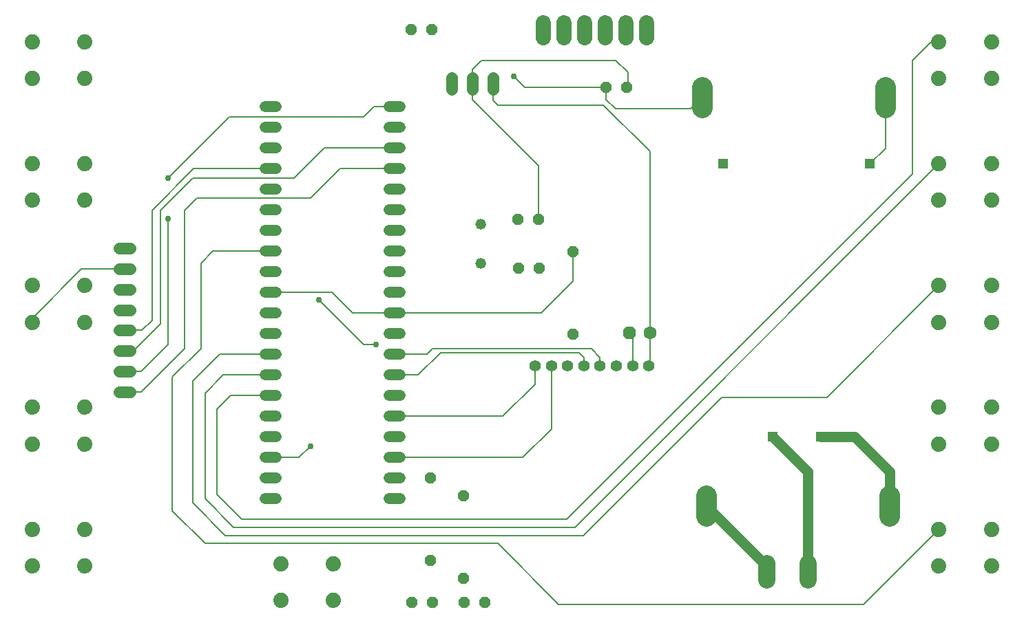
<source format=gbr>
G04 EAGLE Gerber RS-274X export*
G75*
%MOMM*%
%FSLAX34Y34*%
%LPD*%
%INTop Copper*%
%IPPOS*%
%AMOC8*
5,1,8,0,0,1.08239X$1,22.5*%
G01*
%ADD10P,1.732040X8X202.500000*%
%ADD11C,1.600200*%
%ADD12P,1.429621X8X202.500000*%
%ADD13C,1.879600*%
%ADD14C,2.540000*%
%ADD15C,1.320800*%
%ADD16C,1.422400*%
%ADD17P,1.429621X8X22.500000*%
%ADD18C,1.320800*%
%ADD19P,1.429621X8X292.500000*%
%ADD20P,1.429621X8X112.500000*%
%ADD21C,1.422400*%
%ADD22R,1.308000X1.308000*%
%ADD23C,2.095500*%
%ADD24C,1.879600*%
%ADD25C,0.152400*%
%ADD26C,1.270000*%
%ADD27C,0.756400*%


D10*
X661700Y364800D03*
D11*
X687100Y364800D03*
D12*
X550100Y503700D03*
X524700Y503700D03*
X550900Y443700D03*
X525500Y443700D03*
D13*
X233188Y80206D03*
X298212Y80206D03*
X233188Y34994D03*
X298212Y34994D03*
D14*
X976522Y641600D02*
X976522Y667000D01*
X751478Y667000D02*
X751478Y641600D01*
X756778Y163400D02*
X756778Y138000D01*
X981822Y138000D02*
X981822Y163400D01*
D15*
X379904Y160000D02*
X366696Y160000D01*
X366696Y185400D02*
X379904Y185400D01*
X379904Y312400D02*
X366696Y312400D01*
X366696Y337800D02*
X379904Y337800D01*
X379904Y210800D02*
X366696Y210800D01*
X366696Y236200D02*
X379904Y236200D01*
X379904Y287000D02*
X366696Y287000D01*
X366696Y261600D02*
X379904Y261600D01*
X379904Y363200D02*
X366696Y363200D01*
X366696Y388600D02*
X379904Y388600D01*
X379904Y414000D02*
X366696Y414000D01*
X366696Y439400D02*
X379904Y439400D01*
X379904Y464800D02*
X366696Y464800D01*
X366696Y490200D02*
X379904Y490200D01*
X379904Y515600D02*
X366696Y515600D01*
X366696Y541000D02*
X379904Y541000D01*
X379904Y566400D02*
X366696Y566400D01*
X366696Y591800D02*
X379904Y591800D01*
X379904Y617200D02*
X366696Y617200D01*
X366696Y642600D02*
X379904Y642600D01*
X227504Y642600D02*
X214296Y642600D01*
X214296Y617200D02*
X227504Y617200D01*
X227504Y591800D02*
X214296Y591800D01*
X214296Y566400D02*
X227504Y566400D01*
X227504Y541000D02*
X214296Y541000D01*
X214296Y515600D02*
X227504Y515600D01*
X227504Y490200D02*
X214296Y490200D01*
X214296Y464800D02*
X227504Y464800D01*
X227504Y439400D02*
X214296Y439400D01*
X214296Y414000D02*
X227504Y414000D01*
X227504Y388600D02*
X214296Y388600D01*
X214296Y363200D02*
X227504Y363200D01*
X227504Y337800D02*
X214296Y337800D01*
X214296Y312400D02*
X227504Y312400D01*
X227504Y287000D02*
X214296Y287000D01*
X214296Y261600D02*
X227504Y261600D01*
X227504Y236200D02*
X214296Y236200D01*
X214296Y210800D02*
X227504Y210800D01*
X227504Y185400D02*
X214296Y185400D01*
X214296Y160000D02*
X227504Y160000D01*
D16*
X443400Y664188D02*
X443400Y678412D01*
X468800Y678412D02*
X468800Y664188D01*
X494200Y664188D02*
X494200Y678412D01*
X48412Y468400D02*
X34188Y468400D01*
X34188Y443000D02*
X48412Y443000D01*
X48412Y417600D02*
X34188Y417600D01*
X34188Y392200D02*
X48412Y392200D01*
X48412Y367700D02*
X34188Y367700D01*
X34188Y342300D02*
X48412Y342300D01*
X48412Y316900D02*
X34188Y316900D01*
X34188Y291500D02*
X48412Y291500D01*
D12*
X419700Y32500D03*
X394300Y32500D03*
D17*
X458700Y32500D03*
X484100Y32500D03*
D18*
X478700Y449870D03*
X478700Y498130D03*
D19*
X592500Y464100D03*
X592500Y362500D03*
D20*
X417500Y83900D03*
X417500Y185500D03*
X457500Y61900D03*
X457500Y163500D03*
D13*
X-72512Y722606D03*
X-7488Y722606D03*
X-72512Y677394D03*
X-7488Y677394D03*
X1042488Y122606D03*
X1107512Y122606D03*
X1042488Y77394D03*
X1107512Y77394D03*
X-72512Y422606D03*
X-7488Y422606D03*
X-72512Y377394D03*
X-7488Y377394D03*
X-72512Y572606D03*
X-7488Y572606D03*
X-72512Y527394D03*
X-7488Y527394D03*
X-72512Y272606D03*
X-7488Y272606D03*
X-72512Y227394D03*
X-7488Y227394D03*
X-72512Y122606D03*
X-7488Y122606D03*
X-72512Y77394D03*
X-7488Y77394D03*
X1042488Y722606D03*
X1107512Y722606D03*
X1042488Y677394D03*
X1107512Y677394D03*
X1042488Y572606D03*
X1107512Y572606D03*
X1042488Y527394D03*
X1107512Y527394D03*
X1042488Y422606D03*
X1107512Y422606D03*
X1042488Y377394D03*
X1107512Y377394D03*
X1042488Y272606D03*
X1107512Y272606D03*
X1042488Y227394D03*
X1107512Y227394D03*
D21*
X685900Y324000D03*
X665900Y324000D03*
X645900Y324000D03*
X625900Y324000D03*
X605900Y324000D03*
X585900Y324000D03*
X565900Y324000D03*
X545900Y324000D03*
D22*
X897300Y236300D03*
X838300Y236300D03*
X777300Y572300D03*
X957300Y572300D03*
D23*
X830300Y81078D02*
X830300Y60123D01*
X881100Y60123D02*
X881100Y81078D01*
D24*
X556400Y727502D02*
X556400Y746298D01*
X581800Y746298D02*
X581800Y727502D01*
X607200Y727502D02*
X607200Y746298D01*
X632600Y746298D02*
X632600Y727502D01*
X658000Y727502D02*
X658000Y746298D01*
X683400Y746298D02*
X683400Y727502D01*
D12*
X658600Y666600D03*
X633200Y666600D03*
X418600Y737800D03*
X393200Y737800D03*
D25*
X687100Y587900D02*
X687100Y364800D01*
X500000Y645000D02*
X494200Y650800D01*
X500000Y645000D02*
X630000Y645000D01*
X687100Y587900D01*
X687100Y364800D02*
X687100Y325200D01*
X685900Y324000D01*
X494200Y650800D02*
X494200Y671300D01*
X545900Y324000D02*
X545900Y300900D01*
X506600Y261600D02*
X373300Y261600D01*
X506600Y261600D02*
X545900Y300900D01*
X605900Y324000D02*
X605900Y334100D01*
X600000Y340000D02*
X430000Y340000D01*
X402400Y312400D02*
X373300Y312400D01*
X600000Y340000D02*
X605900Y334100D01*
X430000Y340000D02*
X402400Y312400D01*
X412800Y337800D02*
X373300Y337800D01*
X625900Y334100D02*
X625900Y324000D01*
X420000Y345000D02*
X412800Y337800D01*
X420000Y345000D02*
X615000Y345000D01*
X625900Y334100D01*
X530800Y210800D02*
X373300Y210800D01*
X565900Y245900D02*
X565900Y324000D01*
X565900Y245900D02*
X530800Y210800D01*
X41300Y443000D02*
X-12000Y443000D01*
X-72512Y382488D02*
X-72512Y377394D01*
X-72512Y382488D02*
X-12000Y443000D01*
X550100Y503700D02*
X550100Y569900D01*
X468800Y651200D02*
X468800Y671300D01*
X468800Y651200D02*
X550100Y569900D01*
X468800Y671300D02*
X468800Y688800D01*
X480000Y700000D01*
X645000Y700000D01*
X660000Y685000D01*
X660000Y668000D01*
X658600Y666600D01*
X661700Y364800D02*
X665900Y360600D01*
X665900Y324000D01*
D26*
X756778Y150700D02*
X830300Y77178D01*
X830300Y70600D01*
X881100Y193500D02*
X838300Y236300D01*
X881100Y193500D02*
X881100Y70600D01*
X981822Y150700D02*
X981822Y193178D01*
X938700Y236300D02*
X897300Y236300D01*
X938700Y236300D02*
X981822Y193178D01*
D25*
X957300Y572300D02*
X976522Y591522D01*
X976522Y654300D01*
X62700Y367700D02*
X41300Y367700D01*
X75000Y380000D02*
X75000Y515000D01*
X126400Y566400D01*
X220900Y566400D01*
X75000Y380000D02*
X62700Y367700D01*
X52300Y342300D02*
X41300Y342300D01*
X52300Y342300D02*
X85000Y375000D01*
X85000Y515000D01*
X125000Y555000D01*
X286800Y591800D02*
X373300Y591800D01*
X250000Y555000D02*
X125000Y555000D01*
X250000Y555000D02*
X286800Y591800D01*
X61900Y316900D02*
X41300Y316900D01*
D27*
X95000Y505000D03*
X95000Y555000D03*
D25*
X170000Y630000D01*
X347600Y642600D02*
X373300Y642600D01*
X95000Y350000D02*
X61900Y316900D01*
X95000Y350000D02*
X95000Y505000D01*
X170000Y630000D02*
X335000Y630000D01*
X347600Y642600D01*
X61500Y291500D02*
X41300Y291500D01*
X115000Y345000D02*
X115000Y515000D01*
X130000Y530000D01*
X306400Y566400D02*
X373300Y566400D01*
X115000Y345000D02*
X61500Y291500D01*
X130000Y530000D02*
X270000Y530000D01*
X306400Y566400D01*
D27*
X270000Y225000D03*
D25*
X255800Y210800D01*
X220900Y210800D01*
X1032606Y722606D02*
X1042488Y722606D01*
X1032606Y722606D02*
X1010000Y700000D01*
X1010000Y560000D02*
X585000Y135000D01*
X185000Y135000D01*
X155000Y165000D01*
X155000Y270000D01*
X172000Y287000D02*
X220900Y287000D01*
X1010000Y560000D02*
X1010000Y700000D01*
X172000Y287000D02*
X155000Y270000D01*
X594882Y125000D02*
X1042488Y572606D01*
X594882Y125000D02*
X175000Y125000D01*
X140000Y160000D01*
X140000Y290000D01*
X162400Y312400D01*
X220900Y312400D01*
X904882Y285000D02*
X1042488Y422606D01*
X904882Y285000D02*
X775000Y285000D01*
X605000Y115000D02*
X165000Y115000D01*
X125000Y155000D01*
X157800Y337800D02*
X220900Y337800D01*
X605000Y115000D02*
X775000Y285000D01*
X125000Y305000D02*
X125000Y155000D01*
X125000Y305000D02*
X157800Y337800D01*
X949882Y30000D02*
X1042488Y122606D01*
X575000Y30000D02*
X500000Y105000D01*
X220900Y464800D02*
X220700Y465000D01*
X575000Y30000D02*
X949882Y30000D01*
X140000Y105000D02*
X100000Y145000D01*
X100000Y310000D01*
X135000Y345000D01*
X135000Y450000D01*
X150000Y465000D01*
X220700Y465000D01*
X140000Y105000D02*
X500000Y105000D01*
D27*
X350000Y350000D03*
D25*
X335000Y350000D01*
X280000Y405000D01*
D27*
X280000Y405000D03*
D25*
X592500Y427500D02*
X592500Y464100D01*
X553600Y388600D02*
X373300Y388600D01*
X553600Y388600D02*
X592500Y427500D01*
X296000Y414000D02*
X220900Y414000D01*
X321400Y388600D02*
X373300Y388600D01*
X321400Y388600D02*
X296000Y414000D01*
X737178Y640000D02*
X751478Y654300D01*
X737178Y640000D02*
X645000Y640000D01*
X633200Y651800D01*
X633200Y666600D01*
X533400Y666600D01*
X520000Y680000D01*
D27*
X520000Y680000D03*
M02*

</source>
